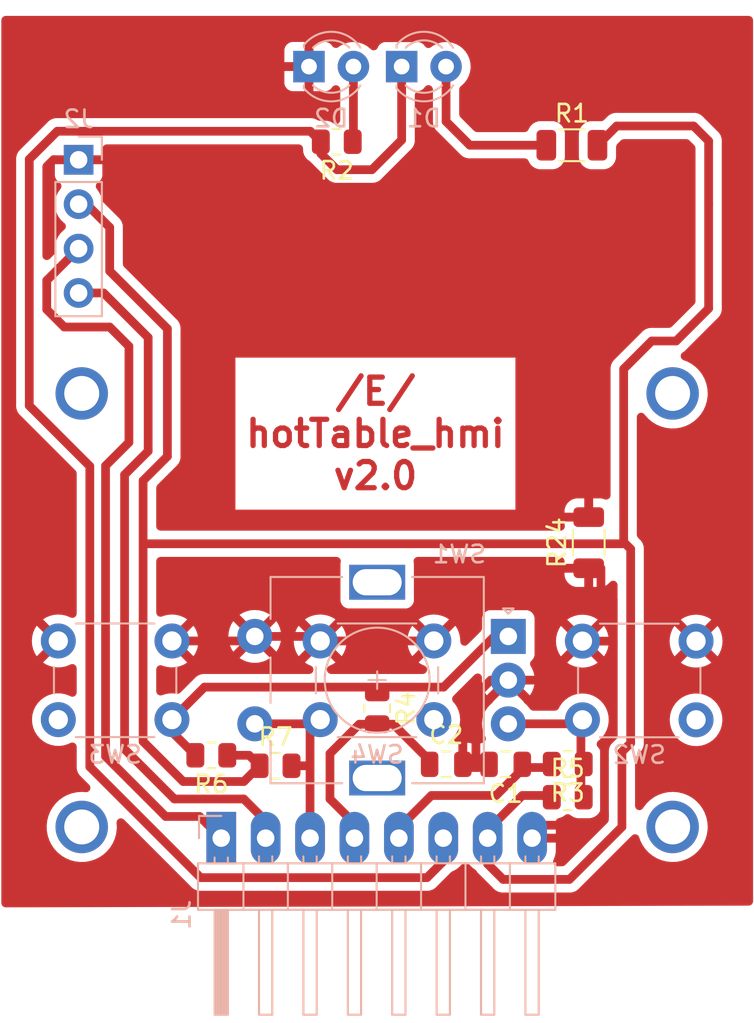
<source format=kicad_pcb>
(kicad_pcb (version 20211014) (generator pcbnew)
  (layers (0 "F.Cu" signal) (31 "B.Cu" signal) (34 "B.Paste" user) (35 "F.Paste" user) (36 "B.SilkS" user "B.Silkscreen") (37 "F.SilkS" user "F.Silkscreen") (38 "B.Mask" user) (39 "F.Mask" user) (44 "Edge.Cuts" user))
  (net 0 "")
  (net 1 "GNDD")
  (net 2 "/OLED_SDA")
  (net 3 "/OLED_SCL")
  (net 4 "/BUTTON_ENTER")
  (net 5 "/LED_PROCESS")
  (net 6 "+3V3")
  (net 7 "Net-(D1-Pad2)")
  (net 8 "Net-(D2-Pad2)")
  (net 9 "/BUTTON_DOWN_START{slash}ENC_DOWN")
  (net 10 "/BUTTON_UP_SELECT{slash}ENC_UP")
  (net 11 "/BUTTON_DOWN_START")
  (net 12 "/ENC_UP")
  (footprint "Resistor_SMD:R_0805_2012Metric" (layer "F.Cu") (at 104.6875 77.9)
    (fp_text reference "R7" (at 0 -1.65) (layer "F.SilkS"))
    (fp_text value "10k")
    (fp_line (start -0.227064 -0.735) (end 0.227064 -0.735) (layer "F.SilkS") (width 0.12))
    (fp_line (start -0.227064 0.735) (end 0.227064 0.735) (layer "F.SilkS") (width 0.12))
    (pad "1" smd roundrect (at -0.9125 0) (size 1.025 1.4) (layers "F.Cu" "F.Paste" "F.Mask") (roundrect_rratio 0.243902439) (net 6 "+3V3"))
    (pad "2" smd roundrect (at 0.9125 0) (size 1.025 1.4) (layers "F.Cu" "F.Paste" "F.Mask") (roundrect_rratio 0.243902439) (net 4 "/BUTTON_ENTER"))
  )
  (footprint "Resistor_SMD:R_0805_2012Metric" (layer "F.Cu") (at 108.1875 42.2 180)
    (fp_text reference "R2" (at 0 -1.65) (layer "F.SilkS"))
    (fp_text value "10k")
    (fp_line (start -0.227064 0.735) (end 0.227064 0.735) (layer "F.SilkS") (width 0.12))
    (fp_line (start -0.227064 -0.735) (end 0.227064 -0.735) (layer "F.SilkS") (width 0.12))
    (pad "1" smd roundrect (at -0.9125 0 180) (size 1.025 1.4) (layers "F.Cu" "F.Paste" "F.Mask") (roundrect_rratio 0.243902439) (net 8 "Net-(D2-Pad2)"))
    (pad "2" smd roundrect (at 0.9125 0 180) (size 1.025 1.4) (layers "F.Cu" "F.Paste" "F.Mask") (roundrect_rratio 0.243902439) (net 5 "/LED_PROCESS"))
  )
  (footprint "Capacitor_SMD:C_0805_2012Metric" (layer "F.Cu") (at 114.45 77.817343)
    (fp_text reference "C2" (at 0 -1.68) (layer "F.SilkS"))
    (fp_text value "100n")
    (fp_line (start -0.261252 -0.735) (end 0.261252 -0.735) (layer "F.SilkS") (width 0.12))
    (fp_line (start -0.261252 0.735) (end 0.261252 0.735) (layer "F.SilkS") (width 0.12))
    (pad "1" smd roundrect (at -0.95 0) (size 1 1.45) (layers "F.Cu" "F.Paste" "F.Mask") (net 10 "/BUTTON_UP_SELECT{slash}ENC_UP"))
    (pad "2" smd roundrect (at 0.95 0) (size 1 1.45) (layers "F.Cu" "F.Paste" "F.Mask") (net 1 "GNDD"))
  )
  (footprint "Resistor_SMD:R_0805_2012Metric" (layer "F.Cu") (at 110.5 74.6125 -90)
    (fp_text reference "R4" (at 0 -1.65 90) (layer "F.SilkS"))
    (fp_text value "10k")
    (fp_line (start -0.227064 -0.735) (end 0.227064 -0.735) (layer "F.SilkS") (width 0.12))
    (fp_line (start -0.227064 0.735) (end 0.227064 0.735) (layer "F.SilkS") (width 0.12))
    (pad "1" smd roundrect (at -0.9125 0 270) (size 1.025 1.4) (layers "F.Cu" "F.Paste" "F.Mask") (roundrect_rratio 0.243902439) (net 12 "/ENC_UP"))
    (pad "2" smd roundrect (at 0.9125 0 270) (size 1.025 1.4) (layers "F.Cu" "F.Paste" "F.Mask") (roundrect_rratio 0.243902439) (net 10 "/BUTTON_UP_SELECT{slash}ENC_UP"))
  )
  (footprint "Capacitor_SMD:C_0805_2012Metric" (layer "F.Cu") (at 117.85 77.817343 180)
    (fp_text reference "C1" (at 0 -1.68) (layer "F.SilkS"))
    (fp_text value "100n")
    (fp_line (start -0.261252 0.735) (end 0.261252 0.735) (layer "F.SilkS") (width 0.12))
    (fp_line (start -0.261252 -0.735) (end 0.261252 -0.735) (layer "F.SilkS") (width 0.12))
    (pad "1" smd roundrect (at -0.95 0 180) (size 1 1.45) (layers "F.Cu" "F.Paste" "F.Mask") (net 9 "/BUTTON_DOWN_START{slash}ENC_DOWN"))
    (pad "2" smd roundrect (at 0.95 0 180) (size 1 1.45) (layers "F.Cu" "F.Paste" "F.Mask") (net 1 "GNDD"))
  )
  (footprint "Resistor_SMD:R_0805_2012Metric" (layer "F.Cu") (at 121.4 79.7)
    (fp_text reference "R5" (at 0 -1.65) (layer "F.SilkS"))
    (fp_text value "10k")
    (fp_line (start -0.227064 -0.735) (end 0.227064 -0.735) (layer "F.SilkS") (width 0.12))
    (fp_line (start -0.227064 0.735) (end 0.227064 0.735) (layer "F.SilkS") (width 0.12))
    (pad "1" smd roundrect (at -0.9125 0) (size 1.025 1.4) (layers "F.Cu" "F.Paste" "F.Mask") (roundrect_rratio 0.243902439) (net 6 "+3V3"))
    (pad "2" smd roundrect (at 0.9125 0) (size 1.025 1.4) (layers "F.Cu" "F.Paste" "F.Mask") (roundrect_rratio 0.243902439) (net 11 "/BUTTON_DOWN_START"))
  )
  (footprint "Resistor_SMD:R_0805_2012Metric" (layer "F.Cu") (at 121.4 77.8 180)
    (fp_text reference "R3" (at 0 -1.65) (layer "F.SilkS"))
    (fp_text value "10k")
    (fp_line (start -0.227064 -0.735) (end 0.227064 -0.735) (layer "F.SilkS") (width 0.12))
    (fp_line (start -0.227064 0.735) (end 0.227064 0.735) (layer "F.SilkS") (width 0.12))
    (pad "1" smd roundrect (at -0.9125 0 180) (size 1.025 1.4) (layers "F.Cu" "F.Paste" "F.Mask") (roundrect_rratio 0.243902439) (net 11 "/BUTTON_DOWN_START"))
    (pad "2" smd roundrect (at 0.9125 0 180) (size 1.025 1.4) (layers "F.Cu" "F.Paste" "F.Mask") (roundrect_rratio 0.243902439) (net 9 "/BUTTON_DOWN_START{slash}ENC_DOWN"))
  )
  (footprint "Resistor_SMD:R_1206_3216Metric" (layer "F.Cu") (at 121.6375 42.4)
    (fp_text reference "R1" (at 0 -1.82) (layer "F.SilkS"))
    (fp_text value "10k")
    (fp_line (start -0.727064 0.91) (end 0.727064 0.91) (layer "F.SilkS") (width 0.12))
    (fp_line (start -0.727064 -0.91) (end 0.727064 -0.91) (layer "F.SilkS") (width 0.12))
    (pad "1" smd roundrect (at -1.4625 0) (size 1.125 1.75) (layers "F.Cu" "F.Paste" "F.Mask") (roundrect_rratio 0.2222222222) (net 7 "Net-(D1-Pad2)"))
    (pad "2" smd roundrect (at 1.4625 0) (size 1.125 1.75) (layers "F.Cu" "F.Paste" "F.Mask") (roundrect_rratio 0.2222222222) (net 6 "+3V3"))
  )
  (footprint "Resistor_SMD:R_0805_2012Metric" (layer "F.Cu") (at 101.0125 77.3 180)
    (fp_text reference "R6" (at 0 -1.65) (layer "F.SilkS"))
    (fp_text value "10k")
    (fp_line (start -0.227064 0.735) (end 0.227064 0.735) (layer "F.SilkS") (width 0.12))
    (fp_line (start -0.227064 -0.735) (end 0.227064 -0.735) (layer "F.SilkS") (width 0.12))
    (pad "1" smd roundrect (at -0.9125 0 180) (size 1.025 1.4) (layers "F.Cu" "F.Paste" "F.Mask") (roundrect_rratio 0.243902439) (net 6 "+3V3"))
    (pad "2" smd roundrect (at 0.9125 0 180) (size 1.025 1.4) (layers "F.Cu" "F.Paste" "F.Mask") (roundrect_rratio 0.243902439) (net 12 "/ENC_UP"))
  )
  (footprint "Resistor_SMD:R_1206_3216Metric" (layer "F.Cu") (at 122.6 65.1375 90)
    (fp_text reference "R24" (at 0 -1.82 90) (layer "F.SilkS"))
    (fp_text value "0")
    (fp_line (start -0.727064 -0.91) (end 0.727064 -0.91) (layer "F.SilkS") (width 0.12))
    (fp_line (start -0.727064 0.91) (end 0.727064 0.91) (layer "F.SilkS") (width 0.12))
    (pad "1" smd roundrect (at -1.4625 0 90) (size 1.125 1.75) (layers "F.Cu" "F.Paste" "F.Mask") (roundrect_rratio 0.2222222222) (net 1 "GNDD"))
    (pad "2" smd roundrect (at 1.4625 0 90) (size 1.125 1.75) (layers "F.Cu" "F.Paste" "F.Mask") (roundrect_rratio 0.2222222222) (net 1 "GNDD"))
  )
  (footprint "Connector_PinHeader_2.54mm:PinHeader_1x08_P2.54mm_Horizontal" (layer "B.Cu") (at 101.58 82.04 -90)
    (fp_text reference "J1" (at 4.385 2.27 -270) (layer "B.SilkS") (effects (justify mirror)))
    (fp_text value "HMI_CONN")
    (fp_line (start 10.1 -17.4) (end 10.1 -18.16) (layer "B.SilkS") (width 0.12))
    (fp_line (start 4.1 -7.24) (end 10.1 -7.24) (layer "B.SilkS") (width 0.12))
    (fp_line (start 4.1 0.2) (end 10.1 0.2) (layer "B.SilkS") (width 0.12))
    (fp_line (start 4.1 -0.16) (end 10.1 -0.16) (layer "B.SilkS") (width 0.12))
    (fp_line (start 1.042929 -17.4) (end 1.44 -17.4) (layer "B.SilkS") (width 0.12))
    (fp_line (start 4.1 -0.28) (end 10.1 -0.28) (layer "B.SilkS") (width 0.12))
    (fp_line (start 1.44 -13.97) (end 4.1 -13.97) (layer "B.SilkS") (width 0.12))
    (fp_line (start 10.1 -12.32) (end 10.1 -13.08) (layer "B.SilkS") (width 0.12))
    (fp_line (start 1.44 -3.81) (end 4.1 -3.81) (layer "B.SilkS") (width 0.12))
    (fp_line (start 1.042929 -5.46) (end 1.44 -5.46) (layer "B.SilkS") (width 0.12))
    (fp_line (start 10.1 -8) (end 4.1 -8) (layer "B.SilkS") (width 0.12))
    (fp_line (start 10.1 -2.92) (end 4.1 -2.92) (layer "B.SilkS") (width 0.12))
    (fp_line (start 1.042929 -12.32) (end 1.44 -12.32) (layer "B.SilkS") (width 0.12))
    (fp_line (start 10.1 0.38) (end 10.1 -0.38) (layer "B.SilkS") (width 0.12))
    (fp_line (start 10.1 -5.46) (end 4.1 -5.46) (layer "B.SilkS") (width 0.12))
    (fp_line (start 1.042929 -4.7) (end 1.44 -4.7) (layer "B.SilkS") (width 0.12))
    (fp_line (start 1.042929 -14.86) (end 1.44 -14.86) (layer "B.SilkS") (width 0.12))
    (fp_line (start 4.1 -9.78) (end 10.1 -9.78) (layer "B.SilkS") (width 0.12))
    (fp_line (start 4.1 -19.11) (end 4.1 1.33) (layer "B.SilkS") (width 0.12))
    (fp_line (start 1.44 -11.43) (end 4.1 -11.43) (layer "B.SilkS") (width 0.12))
    (fp_line (start 1.042929 -10.54) (end 1.44 -10.54) (layer "B.SilkS") (width 0.12))
    (fp_line (start 4.1 1.33) (end 1.44 1.33) (layer "B.SilkS") (width 0.12))
    (fp_line (start 10.1 -18.16) (end 4.1 -18.16) (layer "B.SilkS") (width 0.12))
    (fp_line (start 1.11 -0.38) (end 1.44 -0.38) (layer "B.SilkS") (width 0.12))
    (fp_line (start 1.44 -19.11) (end 4.1 -19.11) (layer "B.SilkS") (width 0.12))
    (fp_line (start 4.1 0.38) (end 10.1 0.38) (layer "B.SilkS") (width 0.12))
    (fp_line (start 1.44 -8.89) (end 4.1 -8.89) (layer "B.SilkS") (width 0.12))
    (fp_line (start 4.1 -0.04) (end 10.1 -0.04) (layer "B.SilkS") (width 0.12))
    (fp_line (start -1.27 0) (end -1.27 1.27) (layer "B.SilkS") (width 0.12))
    (fp_line (start 10.1 -14.86) (end 10.1 -15.62) (layer "B.SilkS") (width 0.12))
    (fp_line (start 1.44 -16.51) (end 4.1 -16.51) (layer "B.SilkS") (width 0.12))
    (fp_line (start 1.042929 -8) (end 1.44 -8) (layer "B.SilkS") (width 0.12))
    (fp_line (start 10.1 -13.08) (end 4.1 -13.08) (layer "B.SilkS") (width 0.12))
    (fp_line (start 1.042929 -13.08) (end 1.44 -13.08) (layer "B.SilkS") (width 0.12))
    (fp_line (start 1.042929 -7.24) (end 1.44 -7.24) (layer "B.SilkS") (width 0.12))
    (fp_line (start 10.1 -2.16) (end 10.1 -2.92) (layer "B.SilkS") (width 0.12))
    (fp_line (start 10.1 -9.78) (end 10.1 -10.54) (layer "B.SilkS") (width 0.12))
    (fp_line (start 1.042929 -15.62) (end 1.44 -15.62) (layer "B.SilkS") (width 0.12))
    (fp_line (start 1.042929 -18.16) (end 1.44 -18.16) (layer "B.SilkS") (width 0.12))
    (fp_line (start 4.1 -12.32) (end 10.1 -12.32) (layer "B.SilkS") (width 0.12))
    (fp_line (start 1.44 -6.35) (end 4.1 -6.35) (layer "B.SilkS") (width 0.12))
    (fp_line (start 10.1 -7.24) (end 10.1 -8) (layer "B.SilkS") (width 0.12))
    (fp_line (start 1.042929 -9.78) (end 1.44 -9.78) (layer "B.SilkS") (width 0.12))
    (fp_line (start 1.44 -1.27) (end 4.1 -1.27) (layer "B.SilkS") (width 0.12))
    (fp_line (start 1.44 1.33) (end 1.44 -19.11) (layer "B.SilkS") (width 0.12))
    (fp_line (start 1.042929 -2.92) (end 1.44 -2.92) (layer "B.SilkS") (width 0.12))
    (fp_line (start 4.1 -2.16) (end 10.1 -2.16) (layer "B.SilkS") (width 0.12))
    (fp_line (start 10.1 -4.7) (end 10.1 -5.46) (layer "B.SilkS") (width 0.12))
    (fp_line (start -1.27 1.27) (end 0 1.27) (layer "B.SilkS") (width 0.12))
    (fp_line (start 4.1 -4.7) (end 10.1 -4.7) (layer "B.SilkS") (width 0.12))
    (fp_line (start 4.1 -17.4) (end 10.1 -17.4) (layer "B.SilkS") (width 0.12))
    (fp_line (start 10.1 -10.54) (end 4.1 -10.54) (layer "B.SilkS") (width 0.12))
    (fp_line (start 4.1 0.32) (end 10.1 0.32) (layer "B.SilkS") (width 0.12))
    (fp_line (start 1.042929 -2.16) (end 1.44 -2.16) (layer "B.SilkS") (width 0.12))
    (fp_line (start 4.1 -14.86) (end 10.1 -14.86) (layer "B.SilkS") (width 0.12))
    (fp_line (start 10.1 -0.38) (end 4.1 -0.38) (layer "B.SilkS") (width 0.12))
    (fp_line (start 1.11 0.38) (end 1.44 0.38) (layer "B.SilkS") (width 0.12))
    (fp_line (start 4.1 0.08) (end 10.1 0.08) (layer "B.SilkS") (width 0.12))
    (fp_line (start 10.1 -15.62) (end 4.1 -15.62) (layer "B.SilkS") (width 0.12))
    (pad "1" thru_hole rect (at 0 0 270) (size 3 1.7) (drill 1) (layers *.Cu *.Mask) (net 2 "/OLED_SDA"))
    (pad "2" thru_hole oval (at 0 -2.54 270) (size 3 1.7) (drill 1) (layers *.Cu *.Mask) (net 3 "/OLED_SCL"))
    (pad "3" thru_hole oval (at 0 -5.08 270) (size 3 1.7) (drill 1) (layers *.Cu *.Mask) (net 4 "/BUTTON_ENTER"))
    (pad "4" thru_hole oval (at 0 -7.62 270) (size 3 1.7) (drill 1) (layers *.Cu *.Mask) (net 10 "/BUTTON_UP_SELECT{slash}ENC_UP"))
    (pad "5" thru_hole oval (at 0 -10.16 270) (size 3 1.7) (drill 1) (layers *.Cu *.Mask) (net 9 "/BUTTON_DOWN_START{slash}ENC_DOWN"))
    (pad "6" thru_hole oval (at 0 -12.7 270) (size 3 1.7) (drill 1) (layers *.Cu *.Mask) (net 5 "/LED_PROCESS"))
    (pad "7" thru_hole oval (at 0 -15.24 270) (size 3 1.7) (drill 1) (layers *.Cu *.Mask) (net 6 "+3V3"))
    (pad "8" thru_hole oval (at 0 -17.78 270) (size 3 1.7) (drill 1) (layers *.Cu *.Mask) (net 1 "GNDD"))
  )
  (footprint "Button_Switch_THT:SW_PUSH_6mm" (layer "B.Cu") (at 92.26 75.26)
    (fp_text reference "SW3" (at 3.25 2) (layer "B.SilkS") (effects (justify mirror)))
    (fp_text value "SW_Push")
    (fp_line (start 1 -5.5) (end 5.5 -5.5) (layer "B.SilkS") (width 0.12))
    (fp_line (start -0.25 -1.5) (end -0.25 -3) (layer "B.SilkS") (width 0.12))
    (fp_line (start 5.5 1) (end 1 1) (layer "B.SilkS") (width 0.12))
    (fp_line (start 6.75 -3) (end 6.75 -1.5) (layer "B.SilkS") (width 0.12))
    (pad "1" thru_hole circle locked (at 0 0 270) (size 2 2) (drill 1.1) (layers *.Cu *.Mask) (net 12 "/ENC_UP"))
    (pad "1" thru_hole circle locked (at 6.5 0 270) (size 2 2) (drill 1.1) (layers *.Cu *.Mask) (net 12 "/ENC_UP"))
    (pad "2" thru_hole circle locked (at 6.5 -4.5 270) (size 2 2) (drill 1.1) (layers *.Cu *.Mask) (net 1 "GNDD"))
    (pad "2" thru_hole circle locked (at 0 -4.5 270) (size 2 2) (drill 1.1) (layers *.Cu *.Mask) (net 1 "GNDD"))
  )
  (footprint "LED_THT:LED_D3.0mm_Clear" (layer "B.Cu") (at 106.6 37.9)
    (fp_text reference "D2" (at 1.27 2.96) (layer "B.SilkS") (effects (justify mirror)))
    (fp_text value "LED")
    (fp_line (start -0.29 1.236) (end -0.29 1.08) (layer "B.SilkS") (width 0.12))
    (fp_line (start -0.29 -1.08) (end -0.29 -1.236) (layer "B.SilkS") (width 0.12))
    (fp_arc (start 0.229039 -1.08) (mid 1.270117 -1.5) (end 2.31113 -1.079837) (layer "B.SilkS") (width 0.12))
    (fp_arc (start 2.31113 1.079837) (mid 1.270117 1.5) (end 0.229039 1.08) (layer "B.SilkS") (width 0.12))
    (fp_arc (start -0.29 -1.235516) (mid 1.366487 -1.987659) (end 2.942335 -1.078608) (layer "B.SilkS") (width 0.12))
    (fp_arc (start 2.942335 1.078608) (mid 1.366487 1.987659) (end -0.29 1.235516) (layer "B.SilkS") (width 0.12))
    (pad "1" thru_hole rect (at 0 0) (size 1.8 1.8) (drill 0.9) (layers *.Cu *.Mask) (net 1 "GNDD"))
    (pad "2" thru_hole circle (at 2.54 0) (size 1.8 1.8) (drill 0.9) (layers *.Cu *.Mask) (net 8 "Net-(D2-Pad2)"))
  )
  (footprint "Button_Switch_THT:SW_PUSH_6mm" (layer "B.Cu") (at 122.24 75.27)
    (fp_text reference "SW2" (at 3.25 2) (layer "B.SilkS") (effects (justify mirror)))
    (fp_text value "SW_Push")
    (fp_line (start -0.25 -1.5) (end -0.25 -3) (layer "B.SilkS") (width 0.12))
    (fp_line (start 6.75 -3) (end 6.75 -1.5) (layer "B.SilkS") (width 0.12))
    (fp_line (start 5.5 1) (end 1 1) (layer "B.SilkS") (width 0.12))
    (fp_line (start 1 -5.5) (end 5.5 -5.5) (layer "B.SilkS") (width 0.12))
    (pad "1" thru_hole circle locked (at 6.5 0 270) (size 2 2) (drill 1.1) (layers *.Cu *.Mask) (net 11 "/BUTTON_DOWN_START"))
    (pad "1" thru_hole circle locked (at 0 0 270) (size 2 2) (drill 1.1) (layers *.Cu *.Mask) (net 11 "/BUTTON_DOWN_START"))
    (pad "2" thru_hole circle locked (at 0 -4.5 270) (size 2 2) (drill 1.1) (layers *.Cu *.Mask) (net 1 "GNDD"))
    (pad "2" thru_hole circle locked (at 6.5 -4.5 270) (size 2 2) (drill 1.1) (layers *.Cu *.Mask) (net 1 "GNDD"))
  )
  (footprint "Rotary_Encoder:RotaryEncoder_Alps_EC11E-Switch_Vertical_H20mm" (layer "B.Cu") (at 118 70.5 180)
    (fp_text reference "SW1" (at 2.8 4.7) (layer "B.SilkS") (effects (justify mirror)))
    (fp_text value "RotaryEncoder_Switch")
    (fp_line (start 5.5 -8.4) (end 1.4 -8.4) (layer "B.SilkS") (width 0.12))
    (fp_line (start 7 -2.5) (end 8 -2.5) (layer "B.SilkS") (width 0.12))
    (fp_line (start 13.6 -8.4) (end 9.5 -8.4) (layer "B.SilkS") (width 0.12))
    (fp_line (start 1.4 3.4) (end 1.4 -8.4) (layer "B.SilkS") (width 0.12))
    (fp_line (start -0.3 1.6) (end 0.3 1.6) (layer "B.SilkS") (width 0.12))
    (fp_line (start 13.6 3.4) (end 13.6 1) (layer "B.SilkS") (width 0.12))
    (fp_line (start 7.5 -2) (end 7.5 -3) (layer "B.SilkS") (width 0.12))
    (fp_line (start 0 1.3) (end -0.3 1.6) (layer "B.SilkS") (width 0.12))
    (fp_line (start 9.5 3.4) (end 13.6 3.4) (layer "B.SilkS") (width 0.12))
    (fp_line (start 13.6 -6) (end 13.6 -8.4) (layer "B.SilkS") (width 0.12))
    (fp_line (start 0.3 1.6) (end 0 1.3) (layer "B.SilkS") (width 0.12))
    (fp_line (start 5.5 3.4) (end 1.4 3.4) (layer "B.SilkS") (width 0.12))
    (fp_line (start 13.6 -1.2) (end 13.6 -3.8) (layer "B.SilkS") (width 0.12))
    (fp_circle (center 7.5 -2.5) (end 10.5 -2.5) (layer "B.SilkS") (width 0.12) (fill none))
    (pad "A" thru_hole rect locked (at 0 0 180) (size 2 2) (drill 1) (layers *.Cu *.Mask) (net 12 "/ENC_UP"))
    (pad "B" thru_hole circle locked (at 0 -5 180) (size 2 2) (drill 1) (layers *.Cu *.Mask) (net 11 "/BUTTON_DOWN_START"))
    (pad "C" thru_hole circle locked (at 0 -2.5 180) (size 2 2) (drill 1) (layers *.Cu *.Mask) (net 1 "GNDD"))
    (pad "MP" thru_hole rect locked (at 7.5 -8.1 180) (size 3.2 2) (drill oval 2.8 1.5) (layers *.Cu *.Mask))
    (pad "MP" thru_hole rect locked (at 7.5 3.1 180) (size 3.2 2) (drill oval 2.8 1.5) (layers *.Cu *.Mask))
    (pad "S1" thru_hole circle locked (at 14.5 -5 180) (size 2 2) (drill 1) (layers *.Cu *.Mask) (net 4 "/BUTTON_ENTER"))
    (pad "S2" thru_hole circle locked (at 14.5 0 180) (size 2 2) (drill 1) (layers *.Cu *.Mask) (net 1 "GNDD"))
  )
  (footprint "Connector_PinHeader_2.54mm:PinHeader_1x04_P2.54mm_Vertical" (layer "B.Cu") (at 93.421671 43.232628 180)
    (fp_text reference "J2" (at 0 2.33) (layer "B.SilkS") (effects (justify mirror)))
    (fp_text value "OLED_CONN")
    (fp_line (start -1.33 -1.27) (end -1.33 -8.95) (layer "B.SilkS") (width 0.12))
    (fp_line (start 1.33 -1.27) (end 1.33 -8.95) (layer "B.SilkS") (width 0.12))
    (fp_line (start -1.33 -8.95) (end 1.33 -8.95) (layer "B.SilkS") (width 0.12))
    (fp_line (start -1.33 1.33) (end 0 1.33) (layer "B.SilkS") (width 0.12))
    (fp_line (start -1.33 0) (end -1.33 1.33) (layer "B.SilkS") (width 0.12))
    (fp_line (start -1.33 -1.27) (end 1.33 -1.27) (layer "B.SilkS") (width 0.12))
    (pad "1" thru_hole rect locked (at 0 0 180) (size 1.7 1.7) (drill 1) (layers *.Cu *.Mask) (net 1 "GNDD"))
    (pad "2" thru_hole oval locked (at 0 -2.54 180) (size 1.7 1.7) (drill 1) (layers *.Cu *.Mask) (net 6 "+3V3"))
    (pad "3" thru_hole oval locked (at 0 -5.08 180) (size 1.7 1.7) (drill 1) (layers *.Cu *.Mask) (net 2 "/OLED_SDA"))
    (pad "4" thru_hole oval locked (at 0 -7.62 180) (size 1.7 1.7) (drill 1) (layers *.Cu *.Mask) (net 3 "/OLED_SCL"))
  )
  (footprint "Button_Switch_THT:SW_PUSH_6mm" (layer "B.Cu") (at 107.24 75.26)
    (fp_text reference "SW4" (at 3.25 2) (layer "B.SilkS") (effects (justify mirror)))
    (fp_text value "SW_Push")
    (fp_line (start 1 -5.5) (end 5.5 -5.5) (layer "B.SilkS") (width 0.12))
    (fp_line (start 5.5 1) (end 1 1) (layer "B.SilkS") (width 0.12))
    (fp_line (start 6.75 -3) (end 6.75 -1.5) (layer "B.SilkS") (width 0.12))
    (fp_line (start -0.25 -1.5) (end -0.25 -3) (layer "B.SilkS") (width 0.12))
    (pad "1" thru_hole circle locked (at 6.5 0 270) (size 2 2) (drill 1.1) (layers *.Cu *.Mask) (net 4 "/BUTTON_ENTER"))
    (pad "1" thru_hole circle locked (at 0 0 270) (size 2 2) (drill 1.1) (layers *.Cu *.Mask) (net 4 "/BUTTON_ENTER"))
    (pad "2" thru_hole circle locked (at 6.5 -4.5 270) (size 2 2) (drill 1.1) (layers *.Cu *.Mask) (net 1 "GNDD"))
    (pad "2" thru_hole circle locked (at 0 -4.5 270) (size 2 2) (drill 1.1) (layers *.Cu *.Mask) (net 1 "GNDD"))
  )
  (footprint "LED_THT:LED_D3.0mm_Clear" (layer "B.Cu") (at 111.9 37.9)
    (fp_text reference "D1" (at 1.27 2.96) (layer "B.SilkS") (effects (justify mirror)))
    (fp_text value "LED")
    (fp_line (start -0.29 1.236) (end -0.29 1.08) (layer "B.SilkS") (width 0.12))
    (fp_line (start -0.29 -1.08) (end -0.29 -1.236) (layer "B.SilkS") (width 0.12))
    (fp_arc (start -0.29 -1.235516) (mid 1.366487 -1.987659) (end 2.942335 -1.078608) (layer "B.SilkS") (width 0.12))
    (fp_arc (start 2.31113 1.079837) (mid 1.270117 1.5) (end 0.229039 1.08) (layer "B.SilkS") (width 0.12))
    (fp_arc (start 2.942335 1.078608) (mid 1.366487 1.987659) (end -0.29 1.235516) (layer "B.SilkS") (width 0.12))
    (fp_arc (start 0.229039 -1.08) (mid 1.270117 -1.5) (end 2.31113 -1.079837) (layer "B.SilkS") (width 0.12))
    (pad "1" thru_hole rect (at 0 0) (size 1.8 1.8) (drill 0.9) (layers *.Cu *.Mask) (net 5 "/LED_PROCESS"))
    (pad "2" thru_hole circle (at 2.54 0) (size 1.8 1.8) (drill 0.9) (layers *.Cu *.Mask) (net 7 "Net-(D1-Pad2)"))
  )
  (gr_text "/E/\nhotTable_hmi\nv2.0" (at 110.4 58.9) (layer "F.Cu") (effects (font (size 1.5 1.5) (thickness 0.3))))
  (via (at 127.4 81.4) (size 3) (drill 2) (layers "F.Cu" "B.Cu") (net 0))
  (via (at 93.6 56.6) (size 3) (drill 2) (layers "F.Cu" "B.Cu") (net 0))
  (via (at 93.6 81.4) (size 3) (drill 2) (layers "F.Cu" "B.Cu") (net 0))
  (via (at 127.4 56.6) (size 3) (drill 2) (layers "F.Cu" "B.Cu") (net 0))
  (segment (start 116.147764 73.852236) (end 116.147764 77.947764) (width 0.5) (layer "F.Cu") (net 1))
  (segment (start 123.3 68.4) (end 123.2 68.5) (width 0.5) (layer "F.Cu") (net 1))
  (segment (start 116.2 78) (end 115.4 78) (width 0.5) (layer "F.Cu") (net 1))
  (segment (start 120.01 73) (end 122.24 70.77) (width 0.5) (layer "F.Cu") (net 1))
  (segment (start 121.6 43.9) (end 121.6 45.8) (width 0.5) (layer "F.Cu") (net 1))
  (segment (start 117 73) (end 116.147764 73.852236) (width 0.5) (layer "F.Cu") (net 1))
  (segment (start 124 76.2) (end 123.5 76.7) (width 0.5) (layer "F.Cu") (net 1))
  (segment (start 123 81.3) (end 120.1 81.3) (width 0.5) (layer "F.Cu") (net 1))
  (segment (start 116 68.5) (end 123.2 68.5) (width 0.5) (layer "F.Cu") (net 1))
  (segment (start 116.9 78) (end 116.9 77.7) (width 0.5) (layer "F.Cu") (net 1))
  (segment (start 123.3 66.6) (end 123.3 68.4) (width 0.5) (layer "F.Cu") (net 1))
  (segment (start 103.24 70.76) (end 103.5 70.5) (width 0.5) (layer "F.Cu") (net 1))
  (segment (start 115.9 77.5) (end 115.4 78) (width 0.5) (layer "F.Cu") (net 1))
  (segment (start 124 71.02) (end 124 76.2) (width 0.5) (layer "F.Cu") (net 1))
  (segment (start 123.5 80.8) (end 123 81.3) (width 0.5) (layer "F.Cu") (net 1))
  (segment (start 121.99 70.5) (end 122.25 70.76) (width 0.5) (layer "F.Cu") (net 1))
  (segment (start 120.1 81.3) (end 119.36 82.04) (width 0.5) (layer "F.Cu") (net 1))
  (segment (start 119.5 35.8) (end 121.6 37.9) (width 0.5) (layer "F.Cu") (net 1))
  (segment (start 118 73) (end 117 73) (width 0.5) (layer "F.Cu") (net 1))
  (segment (start 106.6 37.9) (end 106.6 36.7) (width 0.5) (layer "F.Cu") (net 1))
  (segment (start 93.421671 43.232628) (end 96.832628 43.232628) (width 0.5) (layer "F.Cu") (net 1))
  (segment (start 107.5 35.8) (end 119.5 35.8) (width 0.5) (layer "F.Cu") (net 1))
  (segment (start 98.76 70.76) (end 103.24 70.76) (width 0.5) (layer "F.Cu") (net 1))
  (segment (start 122.25 71.25) (end 122.25 70.76) (width 0.5) (layer "F.Cu") (net 1))
  (segment (start 116.7 77.5) (end 115.9 77.5) (width 0.5) (layer "F.Cu") (net 1))
  (segment (start 123.2 68.5) (end 123.9 68.5) (width 0.5) (layer "F.Cu") (net 1))
  (segment (start 122.24 70.77) (end 124 70.77) (width 0.5) (layer "F.Cu") (net 1))
  (segment (start 118 73) (end 120.01 73) (width 0.5) (layer "F.Cu") (net 1))
  (segment (start 121.6 45.8) (end 120.6 46.8) (width 0.5) (layer "F.Cu") (net 1))
  (segment (start 113.74 70.76) (end 116 68.5) (width 0.5) (layer "F.Cu") (net 1))
  (segment (start 121.6 37.9) (end 121.6 43.9) (width 0.5) (layer "F.Cu") (net 1))
  (segment (start 103.5 70.5) (end 106.98 70.5) (width 0.5) (layer "F.Cu") (net 1))
  (segment (start 116.147764 77.947764) (end 116.2 78) (width 0.5) (layer "F.Cu") (net 1))
  (segment (start 106.6 36.7) (end 107.5 35.8) (width 0.5) (layer "F.Cu") (net 1))
  (segment (start 123.5 76.7) (end 123.5 80.8) (width 0.5) (layer "F.Cu") (net 1))
  (segment (start 122.6 48.8) (end 122.6 63.675) (width 0.5) (layer "F.Cu") (net 1))
  (segment (start 96.832628 43.232628) (end 100.4 46.8) (width 0.5) (layer "F.Cu") (net 1))
  (segment (start 107.24 70.76) (end 113.74 70.76) (width 0.5) (layer "F.Cu") (net 1))
  (segment (start 106.98 70.5) (end 107.24 70.76) (width 0.5) (layer "F.Cu") (net 1))
  (segment (start 123.9 68.5) (end 124 68.4) (width 0.5) (layer "F.Cu") (net 1))
  (segment (start 124 68.4) (end 124 71.1) (width 0.5) (layer "F.Cu") (net 1))
  (segment (start 116.9 78) (end 116.2 78) (width 0.5) (layer "F.Cu") (net 1))
  (segment (start 120.6 46.8) (end 122.6 48.8) (width 0.5) (layer "F.Cu") (net 1))
  (segment (start 100.4 46.8) (end 120.6 46.8) (width 0.5) (layer "F.Cu") (net 1))
  (segment (start 116.9 77.7) (end 116.7 77.5) (width 0.5) (layer "F.Cu") (net 1))
  (segment (start 101.58 82.04) (end 100.34 80.8) (width 0.5) (layer "F.Cu") (net 2))
  (segment (start 94.962727 60.737273) (end 96.3 59.4) (width 0.5) (layer "F.Cu") (net 2))
  (segment (start 91.6 51.8) (end 91.6 50.134299) (width 0.5) (layer "F.Cu") (net 2))
  (segment (start 96.3 59.4) (end 96.3 53.9) (width 0.5) (layer "F.Cu") (net 2))
  (segment (start 100.34 80.8) (end 98.4 80.8) (width 0.5) (layer "F.Cu") (net 2))
  (segment (start 94.962727 77.362727) (end 94.962727 60.737273) (width 0.5) (layer "F.Cu") (net 2))
  (segment (start 98.4 80.8) (end 94.962727 77.362727) (width 0.5) (layer "F.Cu") (net 2))
  (segment (start 96.3 53.9) (end 95.2 52.8) (width 0.5) (layer "F.Cu") (net 2))
  (segment (start 91.6 50.134299) (end 93.421671 48.312628) (width 0.5) (layer "F.Cu") (net 2))
  (segment (start 92.6 52.8) (end 91.6 51.8) (width 0.5) (layer "F.Cu") (net 2))
  (segment (start 95.2 52.8) (end 92.6 52.8) (width 0.5) (layer "F.Cu") (net 2))
  (segment (start 94.852628 50.852628) (end 93.421671 50.852628) (width 0.5) (layer "F.Cu") (net 3))
  (segment (start 96.051405 76.951405) (end 96.051405 61.248595) (width 0.5) (layer "F.Cu") (net 3))
  (segment (start 96.051405 61.248595) (end 97.4 59.9) (width 0.5) (layer "F.Cu") (net 3))
  (segment (start 97.4 53.4) (end 94.852628 50.852628) (width 0.5) (layer "F.Cu") (net 3))
  (segment (start 104.12 81.05) (end 102.87 79.8) (width 0.5) (layer "F.Cu") (net 3))
  (segment (start 104.12 82.04) (end 104.12 81.05) (width 0.5) (layer "F.Cu") (net 3))
  (segment (start 97.4 59.9) (end 97.4 53.4) (width 0.5) (layer "F.Cu") (net 3))
  (segment (start 102.87 79.8) (end 98.9 79.8) (width 0.5) (layer "F.Cu") (net 3))
  (segment (start 98.9 79.8) (end 96.051405 76.951405) (width 0.5) (layer "F.Cu") (net 3))
  (segment (start 105.6 77.9) (end 106.5 77.9) (width 0.5) (layer "F.Cu") (net 4))
  (segment (start 103.5 75.5) (end 107 75.5) (width 0.5) (layer "F.Cu") (net 4))
  (segment (start 106.5 77.9) (end 106.66 77.74) (width 0.5) (layer "F.Cu") (net 4))
  (segment (start 107 75.5) (end 107.24 75.26) (width 0.5) (layer "F.Cu") (net 4))
  (segment (start 103.74 75.26) (end 103.5 75.5) (width 0.5) (layer "F.Cu") (net 4))
  (segment (start 106.66 75.84) (end 107.24 75.26) (width 0.5) (layer "F.Cu") (net 4))
  (segment (start 106.66 77.74) (end 106.66 75.84) (width 0.5) (layer "F.Cu") (net 4))
  (segment (start 106.66 82.04) (end 106.66 77.74) (width 0.5) (layer "F.Cu") (net 4))
  (segment (start 94.063207 77.963207) (end 94.063207 60.763207) (width 0.5) (layer "F.Cu") (net 5))
  (segment (start 114.28 82.04) (end 114.28 83.37) (width 0.5) (layer "F.Cu") (net 5))
  (segment (start 90.6 57.3) (end 90.6 43.2) (width 0.5) (layer "F.Cu") (net 5))
  (segment (start 107.275 42.2) (end 107.275 42.875) (width 0.5) (layer "F.Cu") (net 5))
  (segment (start 108.2 43.8) (end 110.2 43.8) (width 0.5) (layer "F.Cu") (net 5))
  (segment (start 92.2 41.6) (end 106.675 41.6) (width 0.5) (layer "F.Cu") (net 5))
  (segment (start 110.2 43.8) (end 111.9 42.1) (width 0.5) (layer "F.Cu") (net 5))
  (segment (start 100.4 84.3) (end 94.063207 77.963207) (width 0.5) (layer "F.Cu") (net 5))
  (segment (start 90.6 43.2) (end 92.2 41.6) (width 0.5) (layer "F.Cu") (net 5))
  (segment (start 94.063207 60.763207) (end 90.6 57.3) (width 0.5) (layer "F.Cu") (net 5))
  (segment (start 113.35 84.3) (end 100.4 84.3) (width 0.5) (layer "F.Cu") (net 5))
  (segment (start 114.28 83.37) (end 113.35 84.3) (width 0.5) (layer "F.Cu") (net 5))
  (segment (start 106.675 41.6) (end 107.275 42.2) (width 0.5) (layer "F.Cu") (net 5))
  (segment (start 107.275 42.875) (end 108.2 43.8) (width 0.5) (layer "F.Cu") (net 5))
  (segment (start 111.9 42.1) (end 111.9 37.51) (width 0.5) (layer "F.Cu") (net 5))
  (segment (start 97.110489 61.589511) (end 98.5 60.2) (width 0.5) (layer "F.Cu") (net 6))
  (segment (start 116.82 82.04) (end 117.19 82.04) (width 0.5) (layer "F.Cu") (net 6))
  (segment (start 99.4 78.8) (end 97.110489 76.510489) (width 0.5) (layer "F.Cu") (net 6))
  (segment (start 124.5 77.1) (end 125 76.6) (width 0.5) (layer "F.Cu") (net 6))
  (segment (start 101.925 77.3) (end 103.175 77.3) (width 0.5) (layer "F.Cu") (net 6))
  (segment (start 120.048799 79.6) (end 118.8 79.6) (width 0.5) (layer "F.Cu") (net 6))
  (segment (start 125 76.6) (end 125 65.5) (width 0.5) (layer "F.Cu") (net 6))
  (segment (start 124.6 65.2) (end 124.6 55.2) (width 0.5) (layer "F.Cu") (net 6))
  (segment (start 116.82 82.04) (end 116.82 83.52) (width 0.5) (layer "F.Cu") (net 6))
  (segment (start 126.2 53.6) (end 127.6 53.6) (width 0.5) (layer "F.Cu") (net 6))
  (segment (start 118.8 79.6) (end 116.82 81.58) (width 0.5) (layer "F.Cu") (net 6))
  (segment (start 129.459097 42.159097) (end 128.6 41.3) (width 0.5) (layer "F.Cu") (net 6))
  (segment (start 95.2 49.6) (end 95.2 47.1) (width 0.5) (layer "F.Cu") (net 6))
  (segment (start 93.872628 45.772628) (end 93.421671 45.772628) (width 0.5) (layer "F.Cu") (net 6))
  (segment (start 97.110489 76.510489) (end 97.110489 61.589511) (width 0.5) (layer "F.Cu") (net 6))
  (segment (start 103.775 77.9) (end 102.875 78.8) (width 0.5) (layer "F.Cu") (net 6))
  (segment (start 95.2 47.1) (end 93.872628 45.772628) (width 0.5) (layer "F.Cu") (net 6))
  (segment (start 116.82 83.52) (end 117.7 84.4) (width 0.5) (layer "F.Cu") (net 6))
  (segment (start 121.5 84.4) (end 124.5 81.4) (width 0.5) (layer "F.Cu") (net 6))
  (segment (start 120.328495 79.879696) (end 120.048799 79.6) (width 0.5) (layer "F.Cu") (net 6))
  (segment (start 127.6 53.6) (end 129.459097 51.740903) (width 0.5) (layer "F.Cu") (net 6))
  (segment (start 124.2 41.3) (end 123.1 42.4) (width 0.5) (layer "F.Cu") (net 6))
  (segment (start 98.5 52.9) (end 95.2 49.6) (width 0.5) (layer "F.Cu") (net 6))
  (segment (start 124.5 81.4) (end 124.5 77.1) (width 0.5) (layer "F.Cu") (net 6))
  (segment (start 124.6 55.2) (end 126.2 53.6) (width 0.5) (layer "F.Cu") (net 6))
  (segment (start 125 65.5) (end 124.7 65.2) (width 0.5) (layer "F.Cu") (net 6))
  (segment (start 124.7 65.2) (end 97.2 65.2) (width 0.5) (layer "F.Cu") (net 6))
  (segment (start 129.459097 51.740903) (end 129.459097 45.740903) (width 0.5) (layer "F.Cu") (net 6))
  (segment (start 98.5 60.2) (end 98.5 52.9) (width 0.5) (layer "F.Cu") (net 6))
  (segment (start 117.7 84.4) (end 121.5 84.4) (width 0.5) (layer "F.Cu") (net 6))
  (segment (start 102.875 78.8) (end 99.4 78.8) (width 0.5) (layer "F.Cu") (net 6))
  (segment (start 116.82 81.58) (end 116.82 82.04) (width 0.5) (layer "F.Cu") (net 6))
  (segment (start 103.175 77.3) (end 103.775 77.9) (width 0.5) (layer "F.Cu") (net 6))
  (segment (start 128.6 41.3) (end 124.2 41.3) (width 0.5) (layer "F.Cu") (net 6))
  (segment (start 129.459097 45.740903) (end 129.459097 42.159097) (width 0.5) (layer "F.Cu") (net 6))
  (segment (start 114.44 41.04) (end 114.44 37.51) (width 0.5) (layer "F.Cu") (net 7))
  (segment (start 115.8 42.4) (end 114.44 41.04) (width 0.5) (layer "F.Cu") (net 7))
  (segment (start 120.175 42.4) (end 115.8 42.4) (width 0.5) (layer "F.Cu") (net 7))
  (segment (start 109.14 37.51) (end 109.14 42.16) (width 0.5) (layer "F.Cu") (net 8))
  (segment (start 109.14 42.16) (end 109.1 42.2) (width 0.5) (layer "F.Cu") (net 8))
  (segment (start 111.74 82.04) (end 111.74 81.46) (width 0.5) (layer "F.Cu") (net 9))
  (segment (start 118.8 78) (end 120.307563 78) (width 0.5) (layer "F.Cu") (net 9))
  (segment (start 118.8 78.1) (end 118.8 78) (width 0.5) (layer "F.Cu") (net 9))
  (segment (start 117.3 79.6) (end 118.8 78.1) (width 0.5) (layer "F.Cu") (net 9))
  (segment (start 113.6 79.6) (end 117.3 79.6) (width 0.5) (layer "F.Cu") (net 9))
  (segment (start 120.307563 78) (end 120.324906 77.982657) (width 0.5) (layer "F.Cu") (net 9))
  (segment (start 111.74 81.46) (end 113.6 79.6) (width 0.5) (layer "F.Cu") (net 9))
  (segment (start 113.5 77.6) (end 113.5 78) (width 0.5) (layer "F.Cu") (net 10))
  (segment (start 109.2 82.04) (end 109.2 81.2) (width 0.5) (layer "F.Cu") (net 10))
  (segment (start 109.475 75.525) (end 110.5 75.525) (width 0.5) (layer "F.Cu") (net 10))
  (segment (start 111.425 75.525) (end 113.5 77.6) (width 0.5) (layer "F.Cu") (net 10))
  (segment (start 110.5 75.525) (end 111.425 75.525) (width 0.5) (layer "F.Cu") (net 10))
  (segment (start 107.8 79.8) (end 107.8 77.2) (width 0.5) (layer "F.Cu") (net 10))
  (segment (start 109.2 81.2) (end 107.8 79.8) (width 0.5) (layer "F.Cu") (net 10))
  (segment (start 107.8 77.2) (end 109.475 75.525) (width 0.5) (layer "F.Cu") (net 10))
  (segment (start 122.153495 75.356505) (end 122.24 75.27) (width 0.5) (layer "F.Cu") (net 11))
  (segment (start 122.01 75.5) (end 122.24 75.27) (width 0.5) (layer "F.Cu") (net 11))
  (segment (start 121.975 75.535) (end 122.24 75.27) (width 0.5) (layer "F.Cu") (net 11))
  (segment (start 118 75.5) (end 122.01 75.5) (width 0.5) (layer "F.Cu") (net 11))
  (segment (start 122.153495 79.879696) (end 122.153495 75.356505) (width 0.5) (layer "F.Cu") (net 11))
  (segment (start 117.2 70.5) (end 114.3 73.4) (width 0.5) (layer "F.Cu") (net 12))
  (segment (start 98.76 75.26) (end 98.76 75.96) (width 0.5) (layer "F.Cu") (net 12))
  (segment (start 98.76 75.96) (end 100.1 77.3) (width 0.5) (layer "F.Cu") (net 12))
  (segment (start 100.62 73.4) (end 98.76 75.26) (width 0.5) (layer "F.Cu") (net 12))
  (segment (start 114.3 73.4) (end 100.62 73.4) (width 0.5) (layer "F.Cu") (net 12))
  (segment (start 118 70.5) (end 117.2 70.5) (width 0.5) (layer "F.Cu") (net 12))
  (zone (net 1) (net_name "GNDD") (layer "F.Cu") (connect_pads (clearance 0.5)) (min_thickness 0.5) (fill yes (thermal_gap 0.508) (thermal_bridge_width 0.508))
    (polygon (pts (xy 132 85.9) (xy 89 86) (xy 89 35) (xy 132 35)))
  )
)
</source>
